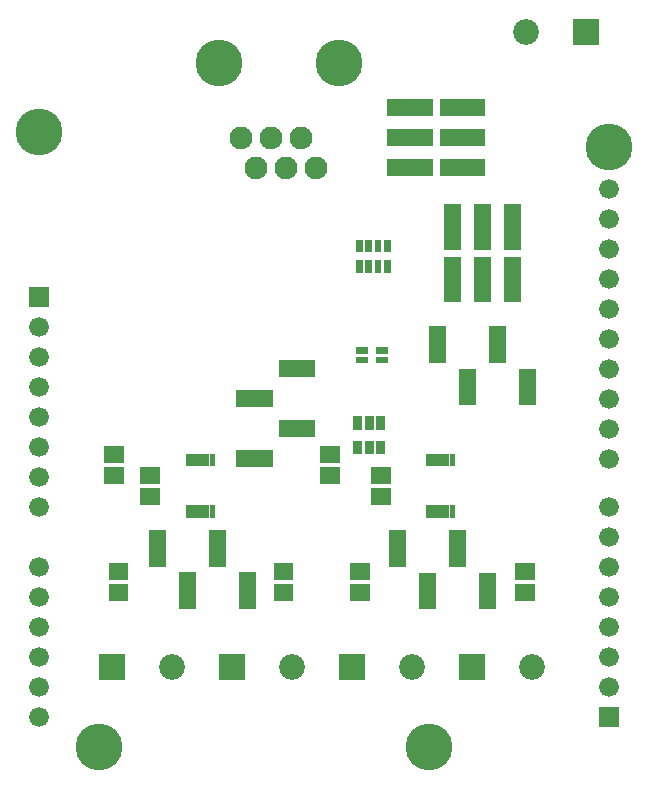
<source format=gbr>
G04 start of page 6 for group -4063 idx -4063 *
G04 Title: (unknown), componentmask *
G04 Creator: pcb 20140316 *
G04 CreationDate: Wed 30 Mar 2016 07:58:56 PM GMT UTC *
G04 For: ndholmes *
G04 Format: Gerber/RS-274X *
G04 PCB-Dimensions (mil): 2100.00 2700.00 *
G04 PCB-Coordinate-Origin: lower left *
%MOIN*%
%FSLAX25Y25*%
%LNTOPMASK*%
%ADD60R,0.0180X0.0180*%
%ADD59R,0.0227X0.0227*%
%ADD58R,0.0300X0.0300*%
%ADD57R,0.0560X0.0560*%
%ADD56R,0.0572X0.0572*%
%ADD55C,0.0760*%
%ADD54C,0.0860*%
%ADD53C,0.0001*%
%ADD52C,0.0660*%
%ADD51C,0.1560*%
G54D51*X30000Y10000D03*
G54D52*X10000Y70000D03*
Y60000D03*
Y50000D03*
Y40000D03*
Y30000D03*
Y20000D03*
G54D53*G36*
X70200Y40800D02*Y32200D01*
X78800D01*
Y40800D01*
X70200D01*
G37*
G36*
X30200D02*Y32200D01*
X38800D01*
Y40800D01*
X30200D01*
G37*
G54D54*X54500Y36500D03*
X94500D03*
G54D51*X200000Y210000D03*
G54D52*Y70000D03*
Y80000D03*
Y90000D03*
Y106000D03*
Y116000D03*
Y126000D03*
Y136000D03*
Y146000D03*
Y156000D03*
Y166000D03*
Y186000D03*
Y196000D03*
G54D53*G36*
X188100Y252700D02*Y244100D01*
X196700D01*
Y252700D01*
X188100D01*
G37*
G54D54*X172400Y248400D03*
G54D51*X140000Y10000D03*
G54D53*G36*
X110200Y40800D02*Y32200D01*
X118800D01*
Y40800D01*
X110200D01*
G37*
G54D54*X134500Y36500D03*
G54D52*X200000Y176000D03*
G54D53*G36*
X196700Y23300D02*Y16700D01*
X203300D01*
Y23300D01*
X196700D01*
G37*
G54D52*X200000Y30000D03*
Y40000D03*
Y50000D03*
Y60000D03*
G54D53*G36*
X150200Y40800D02*Y32200D01*
X158800D01*
Y40800D01*
X150200D01*
G37*
G54D54*X174500Y36500D03*
G54D51*X10000Y215000D03*
G54D53*G36*
X6700Y163300D02*Y156700D01*
X13300D01*
Y163300D01*
X6700D01*
G37*
G54D52*X10000Y150000D03*
Y140000D03*
Y130000D03*
Y120000D03*
Y110000D03*
Y100000D03*
Y90000D03*
G54D55*X102500Y203000D03*
X97500Y213000D03*
X92500Y203000D03*
X87500Y213000D03*
X82500Y203000D03*
X77500Y213000D03*
G54D51*X70000Y238000D03*
X110000D03*
G54D56*X91107Y61457D02*X91893D01*
X91107Y68543D02*X91893D01*
X171607Y61457D02*X172393D01*
X171607Y68543D02*X172393D01*
X116607Y61457D02*X117393D01*
X116607Y68543D02*X117393D01*
G54D57*X129500Y79413D02*Y72760D01*
X139500Y65240D02*Y58587D01*
X159500Y65240D02*Y58587D01*
G54D58*X120100Y118800D02*Y117200D01*
X116200Y118800D02*Y117200D01*
Y110600D02*Y109000D01*
X120100Y110600D02*Y109000D01*
G54D56*X106607Y107543D02*X107393D01*
X106607Y100457D02*X107393D01*
G54D57*X78587Y106000D02*X85240D01*
X92760Y116000D02*X99413D01*
X78587Y126000D02*X85240D01*
X92760Y136000D02*X99413D01*
G54D59*X116776Y171087D02*Y169217D01*
X119925Y171087D02*Y169217D01*
X116717Y142075D02*X118587D01*
X116717Y138925D02*X118587D01*
X123413D02*X125283D01*
X123413Y142075D02*X125283D01*
G54D57*X143000Y147413D02*Y140760D01*
X153000Y133240D02*Y126587D01*
X173000Y133240D02*Y126587D01*
X163000Y147413D02*Y140760D01*
X148000Y170504D02*Y161016D01*
X158000Y170504D02*Y161016D01*
X168000Y170504D02*Y161016D01*
G54D59*X123075Y171087D02*Y169217D01*
Y177783D02*Y175913D01*
X119925Y177783D02*Y175913D01*
X116776Y177783D02*Y175913D01*
X126224Y171087D02*Y169217D01*
Y177783D02*Y175913D01*
G54D57*X129016Y223000D02*X138504D01*
X129016Y213000D02*X138504D01*
X129016Y203000D02*X138504D01*
X146496D02*X155984D01*
X146496Y213000D02*X155984D01*
X146496Y223000D02*X155984D01*
X168000Y187984D02*Y178496D01*
X158000Y187984D02*Y178496D01*
X148000Y187984D02*Y178496D01*
G54D58*X124000Y118800D02*Y117200D01*
Y110600D02*Y109000D01*
G54D56*X123607Y100543D02*X124393D01*
X123607Y93457D02*X124393D01*
G54D60*X147937Y106697D02*Y104398D01*
Y106000D02*Y105000D01*
X145969Y106697D02*Y104398D01*
X144000Y106697D02*Y104398D01*
X145969Y106000D02*Y105000D01*
X144000Y106000D02*Y105000D01*
X142031Y106697D02*Y104398D01*
X140063Y106697D02*Y104398D01*
X142031Y106000D02*Y105000D01*
X140063Y106000D02*Y105000D01*
G54D57*X149500Y79413D02*Y72760D01*
G54D60*X147937Y89602D02*Y87303D01*
Y89000D02*Y88000D01*
X140063Y89602D02*Y87303D01*
X142031Y89602D02*Y87303D01*
X140063Y89000D02*Y88000D01*
X142031Y89000D02*Y88000D01*
X144000Y89602D02*Y87303D01*
X145969Y89602D02*Y87303D01*
X144000Y89000D02*Y88000D01*
X145969Y89000D02*Y88000D01*
G54D56*X34607Y100457D02*X35393D01*
X34607Y107543D02*X35393D01*
X46607Y100543D02*X47393D01*
X46607Y93457D02*X47393D01*
G54D60*X60063Y89602D02*Y87303D01*
X62031Y89602D02*Y87303D01*
X60063Y89000D02*Y88000D01*
X62031Y89000D02*Y88000D01*
X64000Y89602D02*Y87303D01*
X65969Y89602D02*Y87303D01*
X67937Y89602D02*Y87303D01*
X64000Y89000D02*Y88000D01*
X65969Y89000D02*Y88000D01*
X67937Y89000D02*Y88000D01*
Y106697D02*Y104398D01*
Y106000D02*Y105000D01*
X65969Y106697D02*Y104398D01*
Y106000D02*Y105000D01*
X64000Y106697D02*Y104398D01*
X62031Y106697D02*Y104398D01*
X60063Y106697D02*Y104398D01*
X64000Y106000D02*Y105000D01*
X62031Y106000D02*Y105000D01*
X60063Y106000D02*Y105000D01*
G54D56*X36107Y61457D02*X36893D01*
X36107Y68543D02*X36893D01*
G54D57*X49500Y79499D02*Y72846D01*
X59500Y65326D02*Y58673D01*
X79500Y65326D02*Y58673D01*
X69500Y79499D02*Y72846D01*
M02*

</source>
